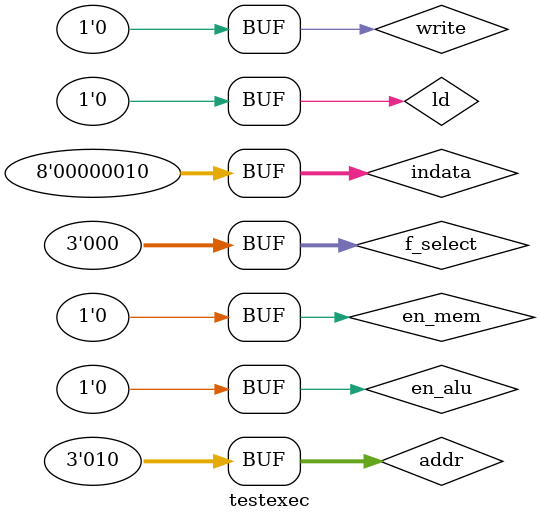
<source format=v>
`timescale 1ns / 1ps


module testexec;

	// Inputs
	reg ld;
	reg write;
	reg en_alu;
	reg en_mem;
	reg [2:0] addr;
	reg [7:0] indata;
	reg [2:0] f_select;

	// Outputs
	wire [7:0] outdata;
	// Instantiate the Unit Under Test (UUT)
	exec_unit uut ( 
		.ld(ld), 
		.write(write), 
		.en_alu(en_alu), 
		.en_mem(en_mem), 
		.addr(addr), 
		.indata(indata),
		.outdata(outdata), 
		.f_select(f_select)
		);

	initial begin
		// Initialize Inputs
		ld = 0;
		write = 0;
		en_alu = 0;
		en_mem = 0;
		addr = 0;
		indata = 0;
		f_select = 0;

		// Wait 100 ns for global reset to finish
		#100;
		ld = 1;
		write = 1;
		en_alu = 0;
		en_mem = 1;
		addr = 3'b000;
		indata = 8'b00000010;
		f_select = 0;
		#100;
		ld = 0;
		write = 0;
		en_alu = 0;
		en_mem = 0;
		addr = 4'b0000;
		indata = 8'b00000010;
		f_select = 0;
		#100;
		ld = 1;
		write = 1;
		en_alu = 0;
		en_mem = 1;
		addr = 3'b001;
		indata = 8'b00000011;
		f_select = 0;
		#100;
		ld = 0;
		write = 0;
		en_alu = 0;
		en_mem = 0;
		addr = 4'b0000;
		indata = 8'b00000010;
		f_select = 0;
		#100;
		ld = 0;
		write = 0;
		en_alu = 1;
		en_mem = 0;
		addr = 4'b0010;
		indata = 8'b00000010;
		f_select = 3'b000;
		#100;
		ld = 0;
		write = 0;
		en_alu = 0;
		en_mem = 0;
		addr = 4'b0010;
		indata = 8'b00000010;
		f_select = 0;
		#100;
		ld = 0;
		write = 0;
		en_alu = 0;
		en_mem = 1;
		addr = 4'b0010;
		indata = 8'b00000010;
		f_select = 3'b000;
		#100;
		ld = 0;
		write = 0;
		en_alu = 0;
		en_mem = 0;
		addr = 4'b0010;
		indata = 8'b00000010;
		f_select = 3'b000;
		#100;
		en_mem=1;
		addr=4'b0010;
		#100;
		en_alu=0;
		en_mem=0;
		
		
		
		
        
		// Add stimulus here

	end
	initial
 begin
    $dumpfile("test2.vcd");
    $dumpvars(0,testexec);
 end
      

endmodule


</source>
